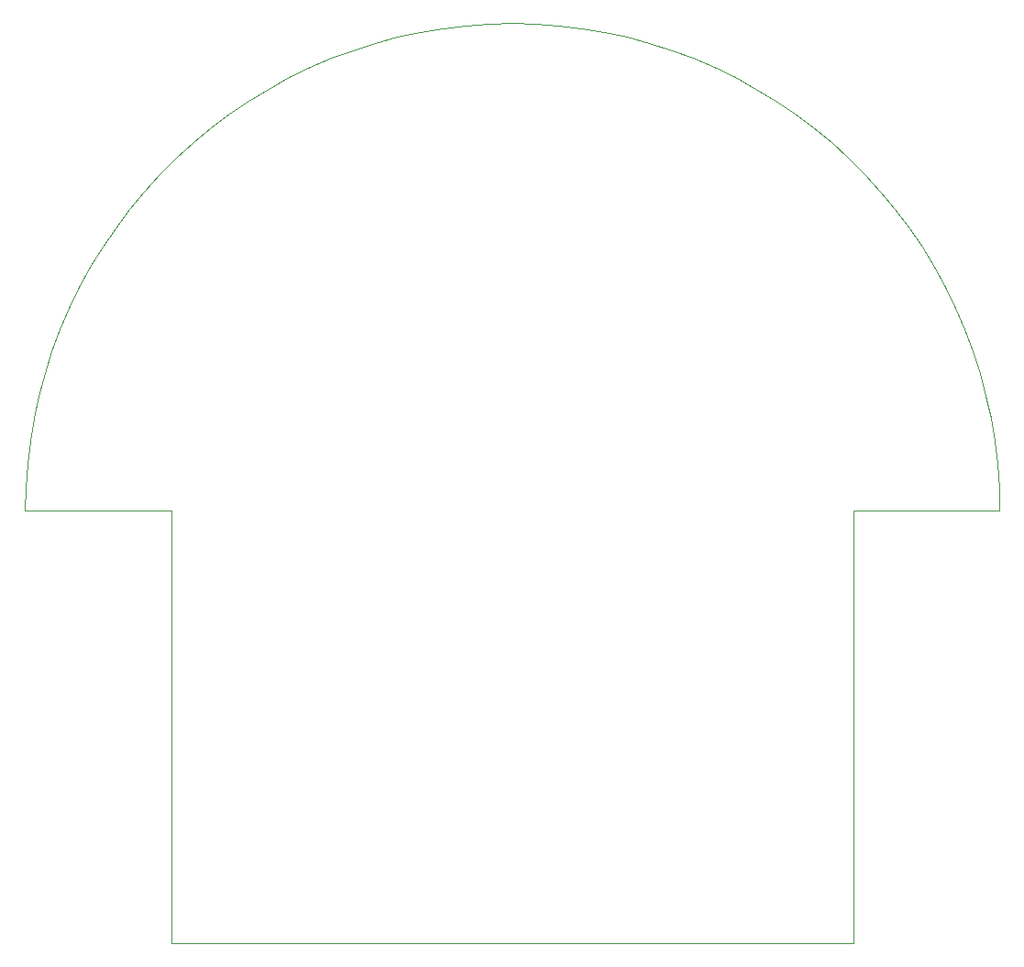
<source format=gbp>
%FSLAX25Y25*%
%MOIN*%
G70*
G01*
G75*
G04 Layer_Color=128*
%ADD10R,0.03189X0.06299*%
%ADD11R,0.08268X0.11811*%
G04:AMPARAMS|DCode=12|XSize=98.43mil|YSize=196.85mil|CornerRadius=24.61mil|HoleSize=0mil|Usage=FLASHONLY|Rotation=180.000|XOffset=0mil|YOffset=0mil|HoleType=Round|Shape=RoundedRectangle|*
%AMROUNDEDRECTD12*
21,1,0.09843,0.14764,0,0,180.0*
21,1,0.04921,0.19685,0,0,180.0*
1,1,0.04921,-0.02461,0.07382*
1,1,0.04921,0.02461,0.07382*
1,1,0.04921,0.02461,-0.07382*
1,1,0.04921,-0.02461,-0.07382*
%
%ADD12ROUNDEDRECTD12*%
%ADD13C,0.05906*%
%ADD14R,0.07087X0.07087*%
%ADD15O,0.00984X0.03543*%
%ADD16O,0.03543X0.00984*%
G04:AMPARAMS|DCode=17|XSize=11.81mil|YSize=47.24mil|CornerRadius=2.95mil|HoleSize=0mil|Usage=FLASHONLY|Rotation=180.000|XOffset=0mil|YOffset=0mil|HoleType=Round|Shape=RoundedRectangle|*
%AMROUNDEDRECTD17*
21,1,0.01181,0.04134,0,0,180.0*
21,1,0.00591,0.04724,0,0,180.0*
1,1,0.00591,-0.00295,0.02067*
1,1,0.00591,0.00295,0.02067*
1,1,0.00591,0.00295,-0.02067*
1,1,0.00591,-0.00295,-0.02067*
%
%ADD17ROUNDEDRECTD17*%
G04:AMPARAMS|DCode=18|XSize=11.81mil|YSize=47.24mil|CornerRadius=2.95mil|HoleSize=0mil|Usage=FLASHONLY|Rotation=90.000|XOffset=0mil|YOffset=0mil|HoleType=Round|Shape=RoundedRectangle|*
%AMROUNDEDRECTD18*
21,1,0.01181,0.04134,0,0,90.0*
21,1,0.00591,0.04724,0,0,90.0*
1,1,0.00591,0.02067,0.00295*
1,1,0.00591,0.02067,-0.00295*
1,1,0.00591,-0.02067,-0.00295*
1,1,0.00591,-0.02067,0.00295*
%
%ADD18ROUNDEDRECTD18*%
G04:AMPARAMS|DCode=19|XSize=145.67mil|YSize=59.06mil|CornerRadius=14.76mil|HoleSize=0mil|Usage=FLASHONLY|Rotation=270.000|XOffset=0mil|YOffset=0mil|HoleType=Round|Shape=RoundedRectangle|*
%AMROUNDEDRECTD19*
21,1,0.14567,0.02953,0,0,270.0*
21,1,0.11614,0.05906,0,0,270.0*
1,1,0.02953,-0.01476,-0.05807*
1,1,0.02953,-0.01476,0.05807*
1,1,0.02953,0.01476,0.05807*
1,1,0.02953,0.01476,-0.05807*
%
%ADD19ROUNDEDRECTD19*%
G04:AMPARAMS|DCode=20|XSize=145.67mil|YSize=59.06mil|CornerRadius=14.76mil|HoleSize=0mil|Usage=FLASHONLY|Rotation=180.000|XOffset=0mil|YOffset=0mil|HoleType=Round|Shape=RoundedRectangle|*
%AMROUNDEDRECTD20*
21,1,0.14567,0.02953,0,0,180.0*
21,1,0.11614,0.05906,0,0,180.0*
1,1,0.02953,-0.05807,0.01476*
1,1,0.02953,0.05807,0.01476*
1,1,0.02953,0.05807,-0.01476*
1,1,0.02953,-0.05807,-0.01476*
%
%ADD20ROUNDEDRECTD20*%
G04:AMPARAMS|DCode=21|XSize=41.34mil|YSize=47.24mil|CornerRadius=10.34mil|HoleSize=0mil|Usage=FLASHONLY|Rotation=270.000|XOffset=0mil|YOffset=0mil|HoleType=Round|Shape=RoundedRectangle|*
%AMROUNDEDRECTD21*
21,1,0.04134,0.02658,0,0,270.0*
21,1,0.02067,0.04724,0,0,270.0*
1,1,0.02067,-0.01329,-0.01034*
1,1,0.02067,-0.01329,0.01034*
1,1,0.02067,0.01329,0.01034*
1,1,0.02067,0.01329,-0.01034*
%
%ADD21ROUNDEDRECTD21*%
G04:AMPARAMS|DCode=22|XSize=41.34mil|YSize=47.24mil|CornerRadius=10.34mil|HoleSize=0mil|Usage=FLASHONLY|Rotation=180.000|XOffset=0mil|YOffset=0mil|HoleType=Round|Shape=RoundedRectangle|*
%AMROUNDEDRECTD22*
21,1,0.04134,0.02658,0,0,180.0*
21,1,0.02067,0.04724,0,0,180.0*
1,1,0.02067,-0.01034,0.01329*
1,1,0.02067,0.01034,0.01329*
1,1,0.02067,0.01034,-0.01329*
1,1,0.02067,-0.01034,-0.01329*
%
%ADD22ROUNDEDRECTD22*%
G04:AMPARAMS|DCode=23|XSize=21.65mil|YSize=39.37mil|CornerRadius=5.41mil|HoleSize=0mil|Usage=FLASHONLY|Rotation=270.000|XOffset=0mil|YOffset=0mil|HoleType=Round|Shape=RoundedRectangle|*
%AMROUNDEDRECTD23*
21,1,0.02165,0.02854,0,0,270.0*
21,1,0.01083,0.03937,0,0,270.0*
1,1,0.01083,-0.01427,-0.00541*
1,1,0.01083,-0.01427,0.00541*
1,1,0.01083,0.01427,0.00541*
1,1,0.01083,0.01427,-0.00541*
%
%ADD23ROUNDEDRECTD23*%
%ADD24C,0.00787*%
%ADD25C,0.00394*%
%ADD26O,0.07087X0.06299*%
G04:AMPARAMS|DCode=27|XSize=37.4mil|YSize=37.4mil|CornerRadius=9.35mil|HoleSize=0mil|Usage=FLASHONLY|Rotation=90.000|XOffset=0mil|YOffset=0mil|HoleType=Round|Shape=RoundedRectangle|*
%AMROUNDEDRECTD27*
21,1,0.03740,0.01870,0,0,90.0*
21,1,0.01870,0.03740,0,0,90.0*
1,1,0.01870,0.00935,0.00935*
1,1,0.01870,0.00935,-0.00935*
1,1,0.01870,-0.00935,-0.00935*
1,1,0.01870,-0.00935,0.00935*
%
%ADD27ROUNDEDRECTD27*%
%ADD28C,0.03740*%
%ADD29C,0.01969*%
%ADD30C,0.03937*%
%ADD31C,0.00984*%
%ADD32C,0.01000*%
%ADD33R,0.03989X0.07099*%
%ADD34R,0.09068X0.12611*%
G04:AMPARAMS|DCode=35|XSize=106.42mil|YSize=204.85mil|CornerRadius=28.61mil|HoleSize=0mil|Usage=FLASHONLY|Rotation=180.000|XOffset=0mil|YOffset=0mil|HoleType=Round|Shape=RoundedRectangle|*
%AMROUNDEDRECTD35*
21,1,0.10642,0.14764,0,0,180.0*
21,1,0.04921,0.20485,0,0,180.0*
1,1,0.05721,-0.02461,0.07382*
1,1,0.05721,0.02461,0.07382*
1,1,0.05721,0.02461,-0.07382*
1,1,0.05721,-0.02461,-0.07382*
%
%ADD35ROUNDEDRECTD35*%
%ADD36C,0.06706*%
%ADD37R,0.07887X0.07887*%
%ADD38O,0.01784X0.04343*%
%ADD39O,0.04343X0.01784*%
G04:AMPARAMS|DCode=40|XSize=19.81mil|YSize=55.24mil|CornerRadius=6.95mil|HoleSize=0mil|Usage=FLASHONLY|Rotation=180.000|XOffset=0mil|YOffset=0mil|HoleType=Round|Shape=RoundedRectangle|*
%AMROUNDEDRECTD40*
21,1,0.01981,0.04134,0,0,180.0*
21,1,0.00591,0.05524,0,0,180.0*
1,1,0.01391,-0.00295,0.02067*
1,1,0.01391,0.00295,0.02067*
1,1,0.01391,0.00295,-0.02067*
1,1,0.01391,-0.00295,-0.02067*
%
%ADD40ROUNDEDRECTD40*%
G04:AMPARAMS|DCode=41|XSize=19.81mil|YSize=55.24mil|CornerRadius=6.95mil|HoleSize=0mil|Usage=FLASHONLY|Rotation=90.000|XOffset=0mil|YOffset=0mil|HoleType=Round|Shape=RoundedRectangle|*
%AMROUNDEDRECTD41*
21,1,0.01981,0.04134,0,0,90.0*
21,1,0.00591,0.05524,0,0,90.0*
1,1,0.01391,0.02067,0.00295*
1,1,0.01391,0.02067,-0.00295*
1,1,0.01391,-0.02067,-0.00295*
1,1,0.01391,-0.02067,0.00295*
%
%ADD41ROUNDEDRECTD41*%
G04:AMPARAMS|DCode=42|XSize=153.67mil|YSize=67.06mil|CornerRadius=18.76mil|HoleSize=0mil|Usage=FLASHONLY|Rotation=270.000|XOffset=0mil|YOffset=0mil|HoleType=Round|Shape=RoundedRectangle|*
%AMROUNDEDRECTD42*
21,1,0.15367,0.02953,0,0,270.0*
21,1,0.11614,0.06706,0,0,270.0*
1,1,0.03753,-0.01476,-0.05807*
1,1,0.03753,-0.01476,0.05807*
1,1,0.03753,0.01476,0.05807*
1,1,0.03753,0.01476,-0.05807*
%
%ADD42ROUNDEDRECTD42*%
G04:AMPARAMS|DCode=43|XSize=153.67mil|YSize=67.06mil|CornerRadius=18.76mil|HoleSize=0mil|Usage=FLASHONLY|Rotation=180.000|XOffset=0mil|YOffset=0mil|HoleType=Round|Shape=RoundedRectangle|*
%AMROUNDEDRECTD43*
21,1,0.15367,0.02953,0,0,180.0*
21,1,0.11614,0.06706,0,0,180.0*
1,1,0.03753,-0.05807,0.01476*
1,1,0.03753,0.05807,0.01476*
1,1,0.03753,0.05807,-0.01476*
1,1,0.03753,-0.05807,-0.01476*
%
%ADD43ROUNDEDRECTD43*%
G04:AMPARAMS|DCode=44|XSize=49.34mil|YSize=55.24mil|CornerRadius=14.34mil|HoleSize=0mil|Usage=FLASHONLY|Rotation=270.000|XOffset=0mil|YOffset=0mil|HoleType=Round|Shape=RoundedRectangle|*
%AMROUNDEDRECTD44*
21,1,0.04934,0.02658,0,0,270.0*
21,1,0.02067,0.05524,0,0,270.0*
1,1,0.02867,-0.01329,-0.01034*
1,1,0.02867,-0.01329,0.01034*
1,1,0.02867,0.01329,0.01034*
1,1,0.02867,0.01329,-0.01034*
%
%ADD44ROUNDEDRECTD44*%
G04:AMPARAMS|DCode=45|XSize=49.34mil|YSize=55.24mil|CornerRadius=14.34mil|HoleSize=0mil|Usage=FLASHONLY|Rotation=180.000|XOffset=0mil|YOffset=0mil|HoleType=Round|Shape=RoundedRectangle|*
%AMROUNDEDRECTD45*
21,1,0.04934,0.02658,0,0,180.0*
21,1,0.02067,0.05524,0,0,180.0*
1,1,0.02867,-0.01034,0.01329*
1,1,0.02867,0.01034,0.01329*
1,1,0.02867,0.01034,-0.01329*
1,1,0.02867,-0.01034,-0.01329*
%
%ADD45ROUNDEDRECTD45*%
G04:AMPARAMS|DCode=46|XSize=29.65mil|YSize=47.37mil|CornerRadius=9.41mil|HoleSize=0mil|Usage=FLASHONLY|Rotation=270.000|XOffset=0mil|YOffset=0mil|HoleType=Round|Shape=RoundedRectangle|*
%AMROUNDEDRECTD46*
21,1,0.02965,0.02854,0,0,270.0*
21,1,0.01083,0.04737,0,0,270.0*
1,1,0.01883,-0.01427,-0.00541*
1,1,0.01883,-0.01427,0.00541*
1,1,0.01883,0.01427,0.00541*
1,1,0.01883,0.01427,-0.00541*
%
%ADD46ROUNDEDRECTD46*%
%ADD47O,0.07887X0.07099*%
G04:AMPARAMS|DCode=48|XSize=45.4mil|YSize=45.4mil|CornerRadius=13.35mil|HoleSize=0mil|Usage=FLASHONLY|Rotation=90.000|XOffset=0mil|YOffset=0mil|HoleType=Round|Shape=RoundedRectangle|*
%AMROUNDEDRECTD48*
21,1,0.04540,0.01870,0,0,90.0*
21,1,0.01870,0.04540,0,0,90.0*
1,1,0.02670,0.00935,0.00935*
1,1,0.02670,0.00935,-0.00935*
1,1,0.02670,-0.00935,-0.00935*
1,1,0.02670,-0.00935,0.00935*
%
%ADD48ROUNDEDRECTD48*%
%ADD49C,0.04540*%
%ADD50C,0.02769*%
D25*
X124016Y157480D02*
X177165Y157480D01*
X124016Y0D02*
Y157480D01*
X-124016Y-0D02*
X124016Y0D01*
X-124016Y-0D02*
Y157480D01*
X-177165Y157480D02*
X-124016Y157480D01*
X-177165Y157480D02*
X-176965Y165910D01*
X-176363Y174321D01*
X-175362Y182694D01*
X-173964Y191009D01*
X-172171Y199249D01*
X-169989Y207394D01*
X-167421Y215425D01*
X-164475Y223326D01*
X-161155Y231077D01*
X-157471Y238662D01*
X-153430Y246063D01*
X-149041Y253263D01*
X-144315Y260246D01*
X-139261Y266997D01*
X-133893Y273499D01*
X-128221Y279738D01*
X-122258Y285701D01*
X-116019Y291373D01*
X-109517Y296742D01*
X-102766Y301795D01*
X-95783Y306521D01*
X-88583Y310910D01*
X-81182Y314951D01*
X-73597Y318636D01*
X-65846Y321955D01*
X-57945Y324902D01*
X-49913Y327469D01*
X-41768Y329652D01*
X-33529Y331444D01*
X-25213Y332842D01*
X-16841Y333843D01*
X-8430Y334445D01*
X-0Y334646D01*
X8430Y334445D01*
X16841Y333843D01*
X25213Y332842D01*
X33529Y331444D01*
X41768Y329652D01*
X49913Y327469D01*
X57945Y324902D01*
X65846Y321955D01*
X73597Y318636D01*
X81182Y314951D01*
X88583Y310910D01*
X95783Y306521D01*
X102766Y301795D01*
X109516Y296742D01*
X116019Y291373D01*
X122258Y285701D01*
X128220Y279738D01*
X133893Y273499D01*
X139261Y266997D01*
X144315Y260246D01*
X149041Y253263D01*
X153430Y246063D01*
X157471Y238662D01*
X161155Y231078D01*
X164474Y223326D01*
X167421Y215425D01*
X169989Y207394D01*
X172171Y199249D01*
X173964Y191009D01*
X175362Y182694D01*
X176363Y174321D01*
X176965Y165910D01*
X177165Y157480D01*
M02*

</source>
